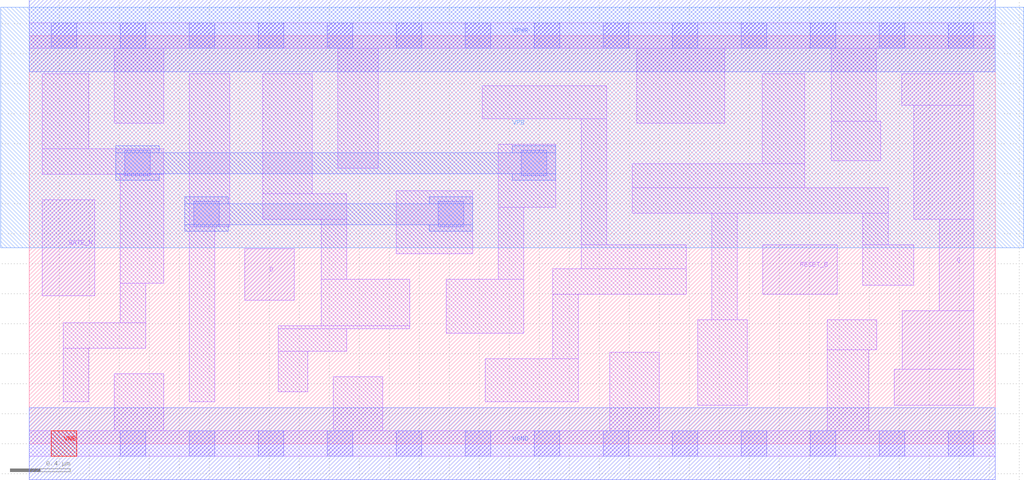
<source format=lef>
# Copyright 2020 The SkyWater PDK Authors
#
# Licensed under the Apache License, Version 2.0 (the "License");
# you may not use this file except in compliance with the License.
# You may obtain a copy of the License at
#
#     https://www.apache.org/licenses/LICENSE-2.0
#
# Unless required by applicable law or agreed to in writing, software
# distributed under the License is distributed on an "AS IS" BASIS,
# WITHOUT WARRANTIES OR CONDITIONS OF ANY KIND, either express or implied.
# See the License for the specific language governing permissions and
# limitations under the License.
#
# SPDX-License-Identifier: Apache-2.0

VERSION 5.7 ;
  NOWIREEXTENSIONATPIN ON ;
  DIVIDERCHAR "/" ;
  BUSBITCHARS "[]" ;
PROPERTYDEFINITIONS
  MACRO maskLayoutSubType STRING ;
  MACRO prCellType STRING ;
  MACRO originalViewName STRING ;
END PROPERTYDEFINITIONS
MACRO sky130_fd_sc_hdll__dlrtn_1
  CLASS CORE ;
  FOREIGN sky130_fd_sc_hdll__dlrtn_1 ;
  ORIGIN  0.000000  0.000000 ;
  SIZE  6.440000 BY  2.720000 ;
  SYMMETRY X Y R90 ;
  SITE unithd ;
  PIN D
    ANTENNAGATEAREA  0.178200 ;
    DIRECTION INPUT ;
    USE SIGNAL ;
    PORT
      LAYER li1 ;
        RECT 1.435000 0.955000 1.765000 1.300000 ;
    END
  END D
  PIN GATE_N
    ANTENNAGATEAREA  0.178200 ;
    DIRECTION INPUT ;
    USE SIGNAL ;
    PORT
      LAYER li1 ;
        RECT 0.085000 0.985000 0.435000 1.625000 ;
    END
  END GATE_N
  PIN Q
    ANTENNADIFFAREA  0.439000 ;
    DIRECTION OUTPUT ;
    USE SIGNAL ;
    PORT
      LAYER li1 ;
        RECT 5.765000 0.255000 6.295000 0.495000 ;
        RECT 5.815000 2.255000 6.295000 2.465000 ;
        RECT 5.820000 0.495000 6.295000 0.885000 ;
        RECT 5.895000 1.495000 6.295000 2.255000 ;
        RECT 6.065000 0.885000 6.295000 1.495000 ;
    END
  END Q
  PIN RESET_B
    ANTENNAGATEAREA  0.277500 ;
    DIRECTION INPUT ;
    USE SIGNAL ;
    PORT
      LAYER li1 ;
        RECT 4.890000 0.995000 5.385000 1.325000 ;
    END
  END RESET_B
  PIN VGND
    DIRECTION INOUT ;
    USE GROUND ;
    PORT
      LAYER met1 ;
        RECT 0.000000 -0.240000 6.440000 0.240000 ;
    END
  END VGND
  PIN VNB
    DIRECTION INOUT ;
    USE GROUND ;
    PORT
      LAYER pwell ;
        RECT 0.145000 -0.085000 0.315000 0.085000 ;
    END
  END VNB
  PIN VPB
    DIRECTION INOUT ;
    USE POWER ;
    PORT
      LAYER nwell ;
        RECT -0.190000 1.305000 6.630000 2.910000 ;
    END
  END VPB
  PIN VPWR
    DIRECTION INOUT ;
    USE POWER ;
    PORT
      LAYER met1 ;
        RECT 0.000000 2.480000 6.440000 2.960000 ;
    END
  END VPWR
  OBS
    LAYER li1 ;
      RECT 0.000000 -0.085000 6.440000 0.085000 ;
      RECT 0.000000  2.635000 6.440000 2.805000 ;
      RECT 0.085000  1.795000 0.895000 1.965000 ;
      RECT 0.085000  1.965000 0.395000 2.465000 ;
      RECT 0.225000  0.280000 0.395000 0.635000 ;
      RECT 0.225000  0.635000 0.775000 0.805000 ;
      RECT 0.565000  0.085000 0.895000 0.465000 ;
      RECT 0.565000  2.135000 0.895000 2.635000 ;
      RECT 0.605000  0.805000 0.775000 1.070000 ;
      RECT 0.605000  1.070000 0.895000 1.795000 ;
      RECT 1.065000  0.280000 1.235000 1.445000 ;
      RECT 1.065000  1.445000 1.335000 2.465000 ;
      RECT 1.555000  1.495000 2.115000 1.665000 ;
      RECT 1.555000  1.665000 1.885000 2.465000 ;
      RECT 1.660000  0.345000 1.855000 0.615000 ;
      RECT 1.660000  0.615000 2.115000 0.765000 ;
      RECT 1.660000  0.765000 2.535000 0.785000 ;
      RECT 1.945000  0.785000 2.535000 1.095000 ;
      RECT 1.945000  1.095000 2.115000 1.495000 ;
      RECT 2.025000  0.085000 2.355000 0.445000 ;
      RECT 2.055000  1.835000 2.325000 2.635000 ;
      RECT 2.445000  1.265000 2.955000 1.685000 ;
      RECT 2.780000  0.735000 3.295000 1.095000 ;
      RECT 3.020000  2.165000 3.850000 2.385000 ;
      RECT 3.040000  0.280000 3.660000 0.565000 ;
      RECT 3.125000  1.095000 3.295000 1.575000 ;
      RECT 3.125000  1.575000 3.510000 1.995000 ;
      RECT 3.490000  0.565000 3.660000 0.995000 ;
      RECT 3.490000  0.995000 4.380000 1.165000 ;
      RECT 3.680000  1.165000 4.380000 1.325000 ;
      RECT 3.680000  1.325000 3.850000 2.165000 ;
      RECT 3.870000  0.085000 4.200000 0.610000 ;
      RECT 4.020000  1.535000 5.725000 1.705000 ;
      RECT 4.020000  1.705000 5.170000 1.865000 ;
      RECT 4.050000  2.135000 4.635000 2.635000 ;
      RECT 4.455000  0.255000 4.785000 0.825000 ;
      RECT 4.550000  0.825000 4.720000 1.535000 ;
      RECT 4.885000  1.865000 5.170000 2.465000 ;
      RECT 5.320000  0.085000 5.595000 0.625000 ;
      RECT 5.320000  0.625000 5.650000 0.825000 ;
      RECT 5.345000  1.885000 5.675000 2.150000 ;
      RECT 5.345000  2.150000 5.645000 2.635000 ;
      RECT 5.555000  1.055000 5.895000 1.325000 ;
      RECT 5.555000  1.325000 5.725000 1.535000 ;
    LAYER mcon ;
      RECT 0.145000 -0.085000 0.315000 0.085000 ;
      RECT 0.145000  2.635000 0.315000 2.805000 ;
      RECT 0.605000 -0.085000 0.775000 0.085000 ;
      RECT 0.605000  2.635000 0.775000 2.805000 ;
      RECT 0.635000  1.785000 0.805000 1.955000 ;
      RECT 1.065000 -0.085000 1.235000 0.085000 ;
      RECT 1.065000  2.635000 1.235000 2.805000 ;
      RECT 1.095000  1.445000 1.265000 1.615000 ;
      RECT 1.525000 -0.085000 1.695000 0.085000 ;
      RECT 1.525000  2.635000 1.695000 2.805000 ;
      RECT 1.985000 -0.085000 2.155000 0.085000 ;
      RECT 1.985000  2.635000 2.155000 2.805000 ;
      RECT 2.445000 -0.085000 2.615000 0.085000 ;
      RECT 2.445000  2.635000 2.615000 2.805000 ;
      RECT 2.725000  1.445000 2.895000 1.615000 ;
      RECT 2.905000 -0.085000 3.075000 0.085000 ;
      RECT 2.905000  2.635000 3.075000 2.805000 ;
      RECT 3.280000  1.785000 3.450000 1.955000 ;
      RECT 3.365000 -0.085000 3.535000 0.085000 ;
      RECT 3.365000  2.635000 3.535000 2.805000 ;
      RECT 3.825000 -0.085000 3.995000 0.085000 ;
      RECT 3.825000  2.635000 3.995000 2.805000 ;
      RECT 4.285000 -0.085000 4.455000 0.085000 ;
      RECT 4.285000  2.635000 4.455000 2.805000 ;
      RECT 4.745000 -0.085000 4.915000 0.085000 ;
      RECT 4.745000  2.635000 4.915000 2.805000 ;
      RECT 5.205000 -0.085000 5.375000 0.085000 ;
      RECT 5.205000  2.635000 5.375000 2.805000 ;
      RECT 5.665000 -0.085000 5.835000 0.085000 ;
      RECT 5.665000  2.635000 5.835000 2.805000 ;
      RECT 6.125000 -0.085000 6.295000 0.085000 ;
      RECT 6.125000  2.635000 6.295000 2.805000 ;
    LAYER met1 ;
      RECT 0.575000 1.755000 0.865000 1.800000 ;
      RECT 0.575000 1.800000 3.510000 1.940000 ;
      RECT 0.575000 1.940000 0.865000 1.985000 ;
      RECT 1.035000 1.415000 1.325000 1.460000 ;
      RECT 1.035000 1.460000 2.955000 1.600000 ;
      RECT 1.035000 1.600000 1.325000 1.645000 ;
      RECT 2.665000 1.415000 2.955000 1.460000 ;
      RECT 2.665000 1.600000 2.955000 1.645000 ;
      RECT 3.220000 1.755000 3.510000 1.800000 ;
      RECT 3.220000 1.940000 3.510000 1.985000 ;
  END
  PROPERTY maskLayoutSubType "abstract" ;
  PROPERTY prCellType "standard" ;
  PROPERTY originalViewName "layout" ;
END sky130_fd_sc_hdll__dlrtn_1
END LIBRARY

</source>
